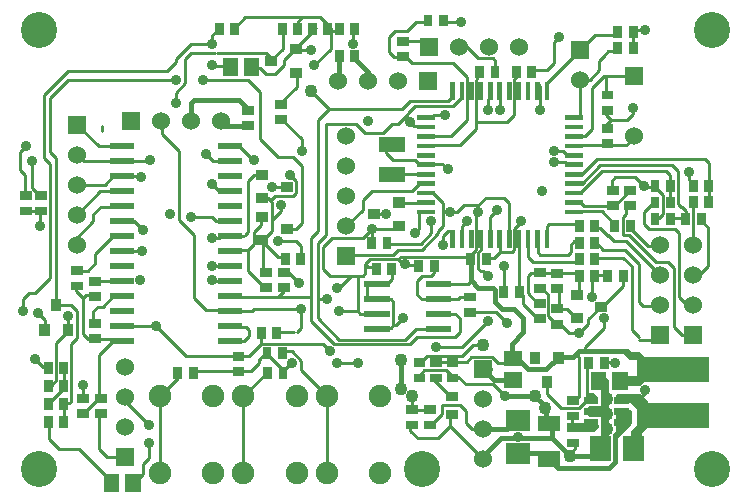
<source format=gbr>
G04 start of page 2 for group 0 idx 0 *
G04 Title: (unknown), component *
G04 Creator: pcb 20091103 *
G04 CreationDate: Fri 29 Oct 2010 14:31:42 GMT UTC *
G04 For: thomas *
G04 Format: Gerber/RS-274X *
G04 PCB-Dimensions: 600000 500000 *
G04 PCB-Coordinate-Origin: lower left *
%MOIN*%
%FSLAX25Y25*%
%LNFRONT*%
%ADD11C,0.0100*%
%ADD12C,0.0180*%
%ADD13C,0.0230*%
%ADD14C,0.1200*%
%ADD15C,0.0200*%
%ADD16C,0.0600*%
%ADD17C,0.0750*%
%ADD18C,0.0360*%
%ADD19C,0.0430*%
%ADD20R,0.0295X0.0295*%
%ADD21R,0.0512X0.0512*%
%ADD22R,0.0340X0.0340*%
%ADD23R,0.0200X0.0200*%
%ADD24R,0.0490X0.0490*%
%ADD25R,0.0157X0.0157*%
%ADD26R,0.0240X0.0240*%
%ADD27R,0.0827X0.0827*%
%ADD28R,0.0690X0.0690*%
%ADD29R,0.0300X0.0300*%
%ADD30C,0.0380*%
%ADD31C,0.0280*%
%ADD32C,0.0300*%
%ADD33C,0.0460*%
%ADD34C,0.0250*%
G54D11*X254709Y239537D02*X243669Y228497D01*
X254709Y229741D02*Y217457D01*
X254819Y217347D01*
X258646Y213206D02*Y225805D01*
X254709Y229741D02*X257858D01*
X243685Y232890D02*X246047Y235252D01*
X238567Y232890D02*X243685D01*
X241323Y219504D02*Y227505D01*
X240536Y228292D01*
X266224Y187812D02*X256007D01*
X254819Y189000D01*
X270752Y192340D02*X266224Y187812D01*
X223213Y190371D02*X229512D01*
X231087Y188796D01*
X249810Y202182D02*X250393Y201599D01*
X254835Y195094D02*X255212D01*
X255023Y198245D02*X254819Y198449D01*
Y185851D02*X261886D01*
X255212Y195094D02*X261394Y201276D01*
X262166Y199276D02*X254835Y191945D01*
X265240Y192930D02*Y196122D01*
X266394Y197276D01*
X255362Y198244D02*X260394Y203276D01*
X254835Y198244D02*X255362D01*
X270752Y187812D02*Y186927D01*
X270000Y187060D02*X270752Y187812D01*
Y192930D02*Y192340D01*
X266394Y197276D02*X273001D01*
X246047Y202182D02*X249810D01*
X246047Y206119D02*X249022D01*
X250393Y204748D01*
X254819Y207898D02*X270188D01*
X271244Y208954D01*
X254819Y211047D02*X256487D01*
X258646Y213206D01*
X263370Y213599D02*Y214780D01*
X264945Y216355D01*
X263370Y219505D02*Y217930D01*
X265024Y216276D01*
X270394D02*X265024D01*
X272394Y220276D02*Y218276D01*
X270394Y216276D01*
X227921Y224071D02*Y219521D01*
X224000Y219505D02*Y223299D01*
X224772Y224071D01*
X227921Y219521D02*X227937Y219505D01*
X232661Y229740D02*Y217929D01*
X233449Y231906D02*Y230528D01*
X232661Y229740D01*
Y217929D02*X230299Y215567D01*
X220063D01*
X216913Y230528D02*Y216355D01*
Y240764D02*X220850Y236827D01*
X225574D01*
X226362Y236039D01*
Y233677D01*
X225575Y232890D01*
X220457D02*Y230134D01*
X220063Y229740D01*
Y213205D01*
X214757Y207899D01*
X272394Y246260D02*Y240747D01*
X272684Y230819D02*X272819Y230954D01*
X272394Y246260D02*X275641D01*
X264157Y239188D02*X262583Y237614D01*
X262614Y230819D02*X272684D01*
X267012Y239483D02*X267307Y239188D01*
X257858Y229741D02*X261008Y232891D01*
X263402Y228457D02*Y230031D01*
X263370Y224623D02*Y228954D01*
X258677Y225308D02*Y226882D01*
X263402Y230031D02*X262614Y230819D01*
X258677Y226882D02*X262614Y230819D01*
X246047Y235252D02*Y242338D01*
X247622Y243913D01*
X254709Y239741D02*Y239537D01*
X268095Y244701D02*X260457D01*
X259669D02*X254709Y239741D01*
X260220Y244701D02*X259669D01*
X267307Y239188D02*X264157D01*
X261008Y232891D02*Y236040D01*
X262583Y237615D01*
X170952Y220000D02*X167307Y216355D01*
X195361Y220000D02*X170952D01*
X170000Y215000D02*X180000D01*
X197229Y218229D02*X194000Y215000D01*
X192000D01*
X194679Y188796D02*X200818D01*
X201023Y189001D01*
Y195300D02*Y194953D01*
X198803Y192733D01*
X185879Y184896D02*X190105D01*
X190142Y184859D01*
X198803Y192733D02*X185418D01*
X185417Y180135D02*X193218D01*
X194079Y180996D01*
X201023Y185851D02*Y179992D01*
X190142Y198245D02*X200818D01*
X201023Y198450D01*
X190142Y205331D02*X192504Y202969D01*
X199653D01*
X201023Y201599D01*
X190142Y208245D02*Y205331D01*
X201023Y214198D02*X199386D01*
X198016Y215568D01*
X192000Y215000D02*X189000Y212000D01*
X183000D01*
X185418Y192733D02*X182268Y189583D01*
Y186434D01*
X176756Y180922D01*
X167307Y179348D02*Y216355D01*
X183000Y212000D02*X180000Y215000D01*
X170000D02*Y178000D01*
G54D12*X174197Y237122D02*Y229498D01*
G54D11*X166536Y247052D02*Y246836D01*
X171654Y247052D02*Y240119D01*
X166095Y234560D01*
X174536Y246068D02*X170654D01*
G54D12*X174197Y229498D02*X174062Y229363D01*
G54D11*X165000Y226000D02*X171000Y220000D01*
G54D12*X184062Y229363D02*Y232375D01*
X179315Y237122D01*
G54D11*X179654Y242119D02*X179095Y241560D01*
Y246493D01*
X179654Y247052D01*
X198016Y222655D02*X210757D01*
X197229Y218718D02*X199591Y221080D01*
X198016Y222655D02*X195361Y220000D01*
X195654Y220292D02*Y220293D01*
X199591Y221080D02*X212332D01*
X215323Y224071D01*
X210757Y222655D02*X212173Y224071D01*
X209827Y217930D02*X206032D01*
X205449Y217347D01*
Y207899D02*X214757D01*
X205449Y211048D02*X211606D01*
X216913Y216355D01*
X197229Y218718D02*Y218229D01*
X196638Y237417D02*X198803Y235252D01*
X202544Y242535D02*X204315Y240764D01*
X196638Y237417D02*X192583D01*
X198803Y235252D02*X212189D01*
X216913Y230528D01*
X214315Y240764D02*X216913D01*
X194178Y242535D02*X201560D01*
X192583Y237417D02*X191000Y239000D01*
Y244000D01*
X193000Y246000D01*
X197000D01*
X200000Y249000D01*
X204000D01*
X209118D02*X215000D01*
X215339Y180922D02*Y179144D01*
X215322Y179127D01*
X216914Y182497D02*X215339Y180922D01*
X211953Y179347D02*X212173Y179127D01*
X210728Y161651D02*X217327D01*
X210728Y156651D02*X213903D01*
X214551Y157299D01*
X217503D01*
X210728Y151651D02*X213114D01*
X214551Y150214D01*
Y145490D01*
X212976Y143915D01*
X200379D01*
X198016Y141552D01*
X205449Y201599D02*X208835D01*
X210614Y199820D01*
X209040Y188560D02*X205449Y192151D01*
X205103Y182497D02*Y178560D01*
X237369Y174701D02*Y170703D01*
G54D12*X232032Y136748D02*Y141710D01*
G54D11*X231875Y172261D02*X232661Y173047D01*
X237369Y170703D02*X238961Y169111D01*
X227937Y172261D02*X231875D01*
X218292Y171276D02*X220063Y173047D01*
X221621Y174701D02*Y173031D01*
X220851Y172261D01*
Y166748D01*
G54D12*X218292Y170390D02*Y163009D01*
G54D11*Y170390D02*Y171276D01*
G54D12*X220851Y160450D02*X225574D01*
G54D11*X222426Y165961D02*X224000Y164387D01*
X220851Y166748D02*X221638Y165961D01*
X222426D01*
G54D12*X218292Y163009D02*X220851Y160450D01*
G54D11*X217327Y161651D02*X218488Y162812D01*
X217503Y157299D02*X217504Y157300D01*
Y152182D02*X226756D01*
X211402Y185646D02*X213763D01*
X216126Y188009D01*
X224771Y174701D02*Y184055D01*
X227150Y186434D01*
X220063Y184858D02*X220851Y185646D01*
X216126Y188009D02*X220851D01*
X223213Y190371D01*
X220063Y184858D02*Y173047D01*
X231087Y188796D02*Y179144D01*
X231070Y179127D01*
X232661Y180134D02*X234236Y181709D01*
X232661Y173047D02*Y180134D01*
X210614Y179347D02*X211953D01*
X209040Y188560D02*Y180922D01*
X207465Y179347D01*
X209040Y174623D02*Y177773D01*
X210614Y179347D01*
X217996Y170686D02*X194866D01*
X238961Y169111D02*X254217D01*
X292504Y164702D02*X294393D01*
X297228Y167537D01*
X284000Y169000D02*X286000Y167000D01*
X280000Y169000D02*X284000D01*
X254217Y165174D02*X246639D01*
X254217Y169111D02*X254512Y169406D01*
Y170390D01*
Y175902D02*X252838D01*
X251559Y174623D01*
Y172260D01*
X250772Y171473D01*
X241324D01*
X240536Y172261D01*
Y174684D01*
X240519Y174701D01*
X243669Y179127D02*Y180905D01*
X244473Y181709D01*
X254217D01*
X254512Y181414D01*
X259630Y180430D02*X261500D01*
X264158Y177772D01*
X264000Y178000D02*X266000Y176000D01*
X269000Y163815D02*X269080Y163895D01*
X280000Y169000D02*X271000Y178000D01*
X269000D01*
X261886Y185851D02*X266323Y181414D01*
X270000Y185000D02*Y187060D01*
X269000Y178000D02*Y184000D01*
X270000Y185000D01*
X297622Y202048D02*X296394Y203276D01*
X297622Y187616D02*Y192931D01*
Y194899D02*Y196277D01*
X297228Y180628D02*X295063Y182793D01*
X297622Y194899D02*Y202048D01*
X287394Y199276D02*Y188276D01*
X290929Y199033D02*Y196474D01*
X292504Y194899D01*
Y174702D02*Y189584D01*
X289945Y183777D02*X284827D01*
X289945D02*Y185844D01*
X288567Y187222D01*
X287394Y188276D02*X288394Y187276D01*
X287780Y178560D02*X286205Y180135D01*
X277544D01*
X275969Y181710D01*
X279709Y183777D02*X281186D01*
X275969Y181710D02*Y185548D01*
X279709Y189288D01*
X281186Y183777D02*X282268Y184859D01*
Y191257D01*
X284827Y189288D02*Y190174D01*
Y188304D02*Y197843D01*
X283394Y199276D01*
X282268Y191257D02*X279709Y193816D01*
X276461D01*
X275181Y195096D01*
X273001Y197276D02*X275969Y194308D01*
X283394Y199276D02*X262166D01*
X261394Y201276D02*X285394D01*
X287394Y199276D01*
X260394Y203276D02*X296394D01*
X207465Y178560D02*X201953Y173048D01*
X206087Y168029D02*Y165372D01*
X205102Y164387D01*
X201953D01*
X201657Y175114D02*X205103Y178560D01*
X207465Y179347D02*Y178560D01*
X201953Y164387D02*X200378Y162812D01*
Y158088D01*
X201953Y156513D01*
X204090D01*
X204228Y156651D01*
Y146651D02*X199965D01*
X177308Y171474D02*X176756Y170922D01*
X168882Y173835D02*Y166749D01*
X171244Y164387D01*
X167307Y165174D02*Y165173D01*
X185417Y180135D02*Y175310D01*
X185221Y175114D01*
X185417Y180135D02*Y180134D01*
X182268Y176985D01*
X167307Y175411D02*X169669Y177773D01*
X164945Y176986D02*X167307Y179348D01*
X182268Y176985D02*X172032D01*
X168882Y173835D01*
X170000Y178000D02*X169000Y177000D01*
X191717Y147064D02*X190641D01*
X180693Y152576D02*X181480Y151789D01*
X183728Y151651D02*X181618D01*
X190641Y147064D02*X190228Y146651D01*
X192504Y147851D02*X191717Y147064D01*
X191579Y156651D02*X192504Y155726D01*
Y147851D01*
X193291D01*
X195654Y150214D01*
X199965Y146651D02*X196441Y143127D01*
X190228Y156651D02*X191579D01*
X171244Y164387D02*X182268D01*
X183055Y165174D02*Y168323D01*
X174394Y160449D02*X178331Y164386D01*
X173606Y160449D02*X174394D01*
X182268Y164387D02*X183055Y165174D01*
X180693Y164387D02*Y152576D01*
X183728Y161651D02*Y156651D01*
X164945Y176986D02*Y149425D01*
X175181Y152575D02*X174394D01*
X167307Y156512D02*X170457D01*
X180693Y152576D02*X175182D01*
X167307Y175411D02*Y150213D01*
X198016Y141552D02*X197228D01*
X179118D02*X197229D01*
X168882Y141551D02*X171244Y139189D01*
X179118Y141551D02*X172819D01*
X174394Y135252D02*X179906D01*
X175182Y152576D02*X175181Y152575D01*
X174393Y143127D02*X167307Y150213D01*
X172819Y141551D02*X164945Y149425D01*
X196441Y143127D02*X174393D01*
X194078Y173048D02*X192504Y171474D01*
X201953Y173048D02*X194078D01*
X200969Y168029D02*X195949D01*
X190339Y175114D02*X201657D01*
X194079Y169899D02*X194866Y170686D01*
X201023Y179992D02*X199591Y178560D01*
X195949Y168029D02*X194079Y169899D01*
X184630D02*X194079D01*
X192504Y171474D02*X177308D01*
X183055Y168323D02*X183843Y169111D01*
Y169112D02*X184630Y169899D01*
X183843Y169111D02*Y169112D01*
X186795Y167240D02*X184138D01*
X183055Y168323D01*
X191913Y166256D02*Y163336D01*
X190228Y161651D01*
G54D12*X232032Y141710D02*X235811Y145489D01*
Y150214D01*
X232662Y153363D01*
X228724D01*
X226362Y155725D01*
G54D11*X226756Y152182D02*X230299Y148639D01*
G54D12*X248725Y137205D02*X248325Y136805D01*
G54D11*X297228Y167537D02*Y180628D01*
X292504Y154702D02*X290378D01*
X287780Y157300D01*
Y178560D01*
X292504Y144702D02*X288567D01*
X286000Y147269D02*X288567Y144702D01*
X286000Y167000D02*Y147269D01*
X266000Y176000D02*X270000D01*
X269669Y173048D02*X262484D01*
X259630Y175902D01*
X256284Y139190D02*Y140765D01*
X262583Y150213D02*Y147064D01*
X256284Y140765D02*X262583Y147064D01*
X269669Y163306D02*X269080Y163895D01*
X258843Y164879D02*Y157498D01*
X257858Y156513D01*
X269000Y161000D02*Y163815D01*
X268000Y160000D02*X269000Y161000D01*
X275181Y135252D02*X275968D01*
X109095Y101560D02*Y98317D01*
X103000Y122655D02*X111095Y114560D01*
Y108560D02*Y103560D01*
X109095Y101560D01*
Y98317D02*X105653Y94875D01*
X87668Y106560D02*X98567Y95661D01*
X81095Y106560D02*X87668D01*
X94508Y106492D02*X97000Y104000D01*
X103000D01*
X114551Y124228D02*Y98638D01*
X82654Y122052D02*X84587D01*
X85095Y122560D01*
X161795Y132890D02*X170457Y124228D01*
X161795Y136039D02*Y132890D01*
Y147063D02*Y153362D01*
X160993Y152560D02*X161795Y153362D01*
X158644Y139190D02*X161795Y136039D01*
X155496Y139190D02*X158644D01*
X148409Y141551D02*X168882D01*
X158646Y135252D02*X158351D01*
X155693Y132594D01*
Y132891D01*
X150378Y138206D01*
X142678Y142560D02*X141095D01*
X142678D02*X144394Y144276D01*
Y146276D01*
X142504Y124228D02*Y98638D01*
X170457Y124228D02*Y98638D01*
X103000Y124000D02*Y122655D01*
X89000Y124051D02*X89492Y123559D01*
X89508Y118559D02*X94508Y123559D01*
X77536Y116052D02*Y110119D01*
X81095Y106560D01*
X94508Y118441D02*Y106492D01*
X89508Y118441D02*Y118559D01*
X82654Y115068D02*Y121068D01*
X77536Y122052D02*X77638D01*
X82654Y127068D01*
X77536Y134052D02*X75603D01*
X73095Y136560D01*
X82654Y127068D02*Y133068D01*
X77536Y128052D02*X78587D01*
X80095Y129560D01*
Y142095D01*
X85095Y122560D02*Y141560D01*
X98214Y143441D02*X90559D01*
X89000Y145000D01*
X85095Y141560D02*X87095Y143560D01*
X76200Y146000D02*Y149800D01*
X74000Y152000D01*
X80095Y142095D02*X84000Y146000D01*
X87095Y143560D02*Y152560D01*
X85095Y154560D02*X80340D01*
X80100Y154800D01*
X143394Y147276D02*X141379D01*
X144394Y146276D02*X143394Y147276D01*
X150575Y132594D02*Y132299D01*
X142504Y124228D01*
X146835Y139977D02*X148409Y141551D01*
X144473Y137614D02*X146835Y139976D01*
X150378Y139190D02*Y137909D01*
X146835Y139976D02*Y139977D01*
X148409Y145685D02*Y141551D01*
X147622Y136434D02*X150378Y139190D01*
X144866Y132496D02*X147622Y135252D01*
Y136434D01*
X113267Y147560D02*X123213Y137614D01*
X120654Y130331D02*X114551Y124228D01*
X120654Y132594D02*Y130331D01*
X125870Y132496D02*X125772Y132594D01*
X144473Y137614D02*X123213D01*
X144866Y132496D02*X126658D01*
X125772Y131610D01*
X155988Y159366D02*X153921Y157299D01*
X155988Y161039D02*Y159366D01*
X141323Y157299D02*X164945D01*
X161795Y153362D02*X146047D01*
X145260Y152575D01*
X152527Y145685D02*X159417D01*
X160417D02*X161795Y147063D01*
X145260Y152575D02*X141110D01*
X141095Y152560D01*
X134655Y153000D02*X135095Y152560D01*
X126362Y156638D02*X130000Y153000D01*
X126000Y157000D02*X130000Y153000D01*
X134655D01*
X105095Y147560D02*X113267D01*
X94508Y123559D02*Y137973D01*
X99095Y142560D01*
X89000Y128000D02*Y124051D01*
X98214Y143441D02*X99095Y142560D01*
X92508Y152508D02*X94000Y154000D01*
X95535D01*
X99095Y157560D01*
X89000Y157000D02*X90000Y158000D01*
X91949D01*
X92508Y157441D01*
Y148559D02*Y152508D01*
X89000Y145000D02*Y157000D01*
X84000Y146000D02*Y150000D01*
X87095Y152560D02*X85095Y154560D01*
G54D12*X232032Y136748D02*X233882D01*
G54D11*X225425Y137205D02*X227425Y135205D01*
X230489D01*
X232032Y136748D01*
G54D12*X233882D02*X237425Y133205D01*
X243425D01*
X232032Y129662D02*X225968D01*
G54D11*X214184Y130646D02*X216625Y128205D01*
X225625D01*
G54D12*X225968Y129662D02*X222425Y133205D01*
G54D11*X225625Y128205D02*X229625Y124205D01*
G54D12*X224850Y133410D02*X223589D01*
G54D11*X243638Y128605D02*Y125064D01*
X212917Y135764D02*Y135713D01*
Y135764D02*X216984D01*
X218425Y137205D01*
X225425D01*
X206133Y135764D02*X211933D01*
X203528Y137615D02*X215339D01*
X212917Y130646D02*X214184D01*
X206133D02*Y129497D01*
X211425Y124205D01*
X201657Y130332D02*Y131808D01*
X202740Y132891D02*X210122D01*
X215339Y137615D02*X218929Y141205D01*
X215339Y140765D02*X224000Y149426D01*
X222425Y141205D02*X218929D01*
X201657Y131808D02*X202740Y132891D01*
X203528Y137615D02*X201657Y135744D01*
G54D12*X194866Y127047D02*Y134921D01*
G54D11*X205890Y140765D02*X215339D01*
X210122Y132891D02*X212681Y130332D01*
X229316Y159367D02*Y167339D01*
X234434Y174487D02*Y158383D01*
X234828Y158973D02*X234336Y159465D01*
X243981Y158186D02*X242111Y160056D01*
X235811Y157990D02*X234434Y159367D01*
X246442Y165371D02*X238370D01*
X237386Y164387D01*
Y158580D01*
X234434Y174487D02*X234220Y174701D01*
X223410Y170390D02*X226066D01*
X227937Y172261D01*
Y174685D01*
X227921Y174701D01*
G54D12*X226362Y159662D02*Y155725D01*
X225574Y160450D02*X226362Y159662D01*
X245606Y102024D02*X247425Y100205D01*
X233425Y105205D02*X241339D01*
X243244Y103300D01*
X222425Y103205D02*Y104205D01*
X228425Y110205D02*X245425D01*
X243244Y103300D02*X245606D01*
X222425Y113205D02*X230425D01*
X233425Y116205D01*
X243244Y115110D02*Y120733D01*
X241323Y122654D01*
X229625Y124205D02*X239724D01*
X239748Y124229D01*
X222425Y104205D02*X228425Y110205D01*
G54D11*X211425Y114205D02*X222425Y103205D01*
Y113205D02*X218625D01*
X251933Y117646D02*Y113764D01*
G54D12*X245425Y112929D02*X243244Y115110D01*
X245606Y103300D02*Y102024D01*
X245425Y110205D02*Y112929D01*
Y110205D02*X251425Y104205D01*
G54D11*X252917Y108646D02*Y106697D01*
X251425Y105205D01*
G54D12*X258075Y120205D02*X257075Y119205D01*
G54D11*X248425Y120205D02*X254375D01*
G54D12*X263425Y119205D02*X259425D01*
X258425Y118205D01*
X258075D01*
G54D11*X251933Y113764D02*X255334D01*
G54D13*X258175Y114205D02*X253358D01*
X252917Y113764D01*
X257625Y114205D02*X257743D01*
G54D11*X255334Y113764D02*X257075Y115505D01*
G54D13*X252917Y113764D02*X259184D01*
G54D12*X256925Y115505D02*X255625Y114205D01*
G54D13*X257743D02*X258184Y113764D01*
X258625Y114205D01*
Y114655D01*
X257075Y122905D02*X257325D01*
X259475D02*Y123355D01*
G54D12*X257075Y115505D02*X259475D01*
X256925D01*
G54D13*X259475D02*X258925D01*
X259184Y113764D02*X259625Y114205D01*
X258175D02*X259475Y115505D01*
X258625Y114655D02*X259475Y115505D01*
X258925D02*X257625Y114205D01*
G54D12*X247425Y100205D02*X264425D01*
X251425Y104205D02*X259425D01*
X261425Y106205D01*
Y107405D02*Y106205D01*
X262425Y114205D02*Y108405D01*
X261425Y107405D01*
G54D11*X211933Y124713D02*X211425Y124205D01*
Y118205D02*Y114205D01*
X218625Y113205D02*X216625Y115205D01*
Y119205D01*
X214625Y121205D01*
X211676D01*
X211625D02*X208625D01*
X198133Y119764D02*X205117D01*
Y120277D01*
X205103Y119778D02*X205117Y119764D01*
X198803Y120078D02*X199117Y119764D01*
X208625Y121205D02*Y118154D01*
X205117Y114646D01*
X200625Y110205D02*X207425D01*
X211425Y114205D01*
X198133Y114646D02*Y112697D01*
X200625Y110205D01*
X198803Y124229D02*Y120078D01*
G54D12*X266425Y111205D02*Y102205D01*
G54D11*Y111205D02*X267425D01*
G54D12*X263425Y109405D02*X261425Y107405D01*
G54D11*X260184Y108646D02*X261425Y107405D01*
G54D12*X266425Y102205D02*X264425Y100205D01*
X259475Y119205D02*X261425D01*
X263425Y117205D01*
X261425Y118205D02*X258075D01*
X257075Y119205D01*
X263425Y109405D02*Y126269D01*
X260882Y128812D01*
X262425Y119205D02*Y127269D01*
X260882Y128812D01*
X262425Y118205D02*Y113205D01*
X263425Y125205D02*Y127055D01*
X262425Y120205D02*X258075D01*
G54D11*X254375D02*X257075Y122905D01*
Y122855D01*
X256866Y123114D02*X257075Y122905D01*
G54D13*X259475Y123355D02*X258625Y124205D01*
X257625D01*
G54D11*X254425Y124272D02*X252917Y122764D01*
X267968Y129598D02*Y130662D01*
G54D12*X268361Y129205D02*X267968Y129598D01*
Y128812D01*
X271032D01*
X268575Y130205D02*X267968Y129598D01*
Y128812D02*X274466D01*
X274425Y129205D02*X268361D01*
X271032Y128812D02*X272425Y130205D01*
X268575D02*X273425D01*
G54D11*X267968Y129598D02*X267032D01*
G54D12*X274466Y133164D02*X274425Y133205D01*
Y137205D01*
G54D11*X272425D01*
G54D12*X274859D02*X271425D01*
X272425Y138205D02*X273859D01*
X271425D01*
G54D11*X272425Y137205D02*X270425Y139205D01*
X261984Y135697D02*X265933D01*
X266425Y135205D01*
G54D12*X263425Y127055D02*X260882Y129598D01*
X263032D01*
X263425Y129205D01*
Y127205D01*
G54D11*X256866Y135697D02*Y123114D01*
X254425Y124205D02*Y137205D01*
X270425Y139205D02*X256425D01*
G54D12*X271425Y137205D02*X269425Y139205D01*
X270425Y138205D01*
Y139205D02*X271425Y138205D01*
X254425Y139205D02*X252425Y137205D01*
X248725D01*
G54D11*X254425D02*X253425Y138205D01*
G54D12*X248325Y137405D02*X247625D01*
X243425Y133205D01*
G54D11*X243638Y125064D02*X248410Y120292D01*
G54D12*X254425Y139205D02*X270425D01*
X274466Y128812D02*Y133164D01*
X272425Y130205D02*X275859D01*
X274859Y137205D02*X278859Y133205D01*
X273859Y138205D02*X278859Y133205D01*
G54D11*X276756Y132890D02*Y134465D01*
G54D12*X274466Y128812D02*X278859Y133205D01*
X278425D01*
X274425Y129205D01*
X275859Y130205D02*X278859Y133205D01*
X267375Y122905D02*X273805D01*
X272425Y124205D02*X272505D01*
X273425D02*X267425D01*
X267375Y122905D02*X271725D01*
X267425Y124205D02*Y122955D01*
X267375Y122905D01*
X269775Y123855D02*X269425Y124205D01*
X268675D01*
X269775Y122905D02*Y123855D01*
X268675Y124205D02*X267375Y122905D01*
X267425Y124205D02*X269425D01*
X267375Y122905D02*X269725D01*
X267425Y124205D02*X271425D01*
X273425Y121205D02*X274425D01*
X278859Y117851D02*X272505Y124205D01*
X276425Y122205D02*Y120285D01*
X274394Y120292D02*X276418D01*
G54D11*X275181Y123441D02*Y119504D01*
X274394Y118717D01*
G54D12*X272425Y122205D02*X274505D01*
X271725Y122905D02*X274425Y120205D01*
G54D11*X276425Y125205D02*X274425Y123205D01*
G54D12*X275425Y122205D02*Y121285D01*
G54D11*X274425Y124205D02*X275425Y123205D01*
Y121285D01*
G54D12*X274425Y124205D02*X276425Y122205D01*
X274425Y118205D02*Y120205D01*
X274473Y117851D02*X274394Y117930D01*
G54D11*X276756Y119505D02*Y118717D01*
X275969Y117930D01*
G54D12*X275425Y114417D02*X278859Y117851D01*
X275213Y114205D02*X278859Y117851D01*
X278252D02*X274394Y113993D01*
G54D11*X275969Y117143D02*X274394Y115568D01*
G54D12*X274425Y117205D02*Y114205D01*
X275213D01*
X278859Y118771D02*Y116639D01*
X274625Y116205D02*Y119205D01*
X272425Y111417D02*X278859Y117851D01*
X275425Y113205D02*Y114417D01*
X274425Y112205D02*X278859Y116639D01*
X274625Y117205D02*Y113205D01*
X275425Y121285D02*X278859Y117851D01*
X274505Y122205D02*X278859Y117851D01*
X274425Y120205D02*X276505D01*
X278859Y117851D01*
X276425Y120285D02*X278859Y117851D01*
X278252D01*
X274425Y118005D02*X274625Y118205D01*
X276418Y120292D02*X278859Y117851D01*
X274473D01*
G54D11*X275969Y122654D02*Y117143D01*
G54D12*X269775Y119205D02*Y114555D01*
Y119205D02*Y115505D01*
Y115855D01*
X268425Y117205D01*
G54D11*X270075Y115205D02*X269775Y115505D01*
Y116555D01*
G54D12*X267375Y115505D02*Y119205D01*
X268425Y117205D02*Y118155D01*
X267375Y119205D01*
Y114255D01*
Y115505D02*Y115955D01*
G54D11*Y115505D02*X269775D01*
G54D12*X267425Y115455D02*X267375Y115505D01*
X267425Y115455D02*Y112205D01*
X267625D02*Y113355D01*
X270625Y116355D01*
X267375Y115955D02*X268625Y117205D01*
X262425Y113205D02*X263425Y112205D01*
G54D11*X271425Y115205D02*X266425Y110205D01*
G54D12*X269775Y114555D02*X266425Y111205D01*
X267425Y112205D02*X266425Y111205D01*
X267375Y114255D02*X268425Y113205D01*
X267425D01*
G54D11*X268425D02*X266425Y111205D01*
X269425Y113205D02*X268425D01*
G54D12*X274425Y124205D02*X272425D01*
G54D11*X273425D02*X274425D01*
X269775Y118855D02*X271425Y117205D01*
X269775Y119205D02*X271425D01*
Y115205D01*
G54D12*X270625Y118205D02*Y116355D01*
X269775Y119055D02*X270625Y118205D01*
X272425Y112205D02*X274425D01*
X272425D02*X273425D01*
X274425Y111205D01*
G54D11*X271425Y115205D02*X270075D01*
X269775Y116555D02*X270425Y117205D01*
Y116155D01*
X269775Y115505D01*
G54D12*X272425Y112205D02*X274425Y114205D01*
Y118005D01*
X272425Y112005D02*X273625Y113205D01*
X274394Y113993D02*Y120292D01*
G54D11*X269775Y119205D02*Y118855D01*
G54D12*Y119205D02*X267375D01*
X269775D02*Y119055D01*
X272425Y107405D02*Y110205D01*
Y107405D02*Y111417D01*
X272625Y107605D02*X272425Y107405D01*
Y111405D01*
Y110205D02*X273425Y111205D01*
X274425D02*Y109405D01*
X272425Y107405D01*
G54D11*X273425Y108405D02*X272425Y107405D01*
G54D12*X272625Y112205D02*Y107605D01*
X272425Y107405D02*Y112205D01*
G54D11*X273425D02*Y108405D01*
X237386Y158580D02*X240831Y155135D01*
Y150017D02*X240732D01*
X235811Y154938D01*
Y157990D01*
X247623Y153363D02*X250194D01*
X253349Y150208D01*
X247623Y148245D02*X248115D01*
X251068Y145292D01*
X254217D01*
X257367Y148442D01*
X243981Y150903D02*X246639Y148245D01*
X243981Y158186D02*Y150903D01*
X247623Y160056D02*Y153363D01*
X246442Y165371D02*X246639Y165174D01*
X257367Y149926D02*X261549Y154108D01*
X257367Y149926D02*Y148442D01*
X259335Y164485D02*X259138Y164682D01*
X259335Y164485D02*X263173D01*
X254512Y159171D02*X253349Y158008D01*
X254512Y164879D02*Y159171D01*
X254217Y165174D02*X254512Y164879D01*
X268291Y160250D02*X262149Y154108D01*
X259630Y170390D02*X269178D01*
X272032Y167536D01*
Y146276D02*Y167536D01*
X281480Y154387D02*X275732D01*
X274394Y155725D01*
Y168323D01*
X281480Y174387D02*X277484D01*
X271441Y180430D01*
X281480Y164623D02*X281377D01*
X274394Y168323D02*X269669Y173048D01*
X270000Y176000D02*X281377Y164623D01*
X272032Y146276D02*X274394Y143914D01*
Y143127D02*X281007D01*
Y143914D02*X281480Y144387D01*
X278859Y133205D02*X275497D01*
X277756Y132102D02*X278859Y133205D01*
X275968Y135252D02*Y132102D01*
X275497Y133205D02*X274394Y132102D01*
X277756D01*
X275181Y130528D02*Y135252D01*
X275968Y132102D02*X276756Y132890D01*
X89212Y202560D02*X110993D01*
X96315Y194780D02*X99095Y197560D01*
Y192560D02*X94772D01*
X105095Y197560D02*X107568D01*
X110993Y202560D02*X111402Y202969D01*
X107568Y197560D02*X108252Y198244D01*
X105095Y172560D02*X108739D01*
X98755Y187220D02*X99095Y187560D01*
X105095Y182560D02*X106095D01*
X109095Y179560D01*
X86992Y194780D02*X96315D01*
X94772Y192560D02*X86992Y184780D01*
Y174780D02*Y176984D01*
X92504Y182496D01*
Y184858D01*
X94866Y187220D01*
X80100Y154200D02*Y203555D01*
X93095Y168560D02*Y171560D01*
X94866Y187220D02*X98755D01*
X93095Y171560D02*X99095Y177560D01*
X91508Y162559D02*X99094D01*
X99095Y162560D01*
X86603Y159397D02*X89000Y157000D01*
X86603Y161001D02*Y159397D01*
X78095Y163560D02*X73095Y158560D01*
X71095D01*
X69095Y156560D01*
Y152560D01*
X86603Y166119D02*X90654D01*
X93095Y168560D01*
X78095Y201560D02*Y163560D01*
X68095Y205560D02*X70095Y207560D01*
X72095Y202560D02*Y193627D01*
X69603Y198052D02*X68095Y199560D01*
Y205560D01*
X69603Y186001D02*X74603D01*
Y181052D01*
X72095Y193627D02*X74603Y191119D01*
X69603D02*Y198052D01*
X88559Y216347D02*X86992Y214780D01*
X99095Y207560D02*X94212D01*
X86992Y214780D01*
X95508Y214441D02*Y212492D01*
X86992Y204780D02*X89212Y202560D01*
X78095Y223560D02*X84095Y229560D01*
X120095D02*X84095D01*
X120000Y222000D02*Y225465D01*
X117095Y232560D02*X84095D01*
X76095Y224560D01*
X80100Y203555D02*X78095Y205560D01*
Y223560D01*
X76095Y224560D02*Y203560D01*
X78095Y201560D01*
X120850Y206118D02*X120882D01*
X121000Y206000D01*
G54D12*X125000Y216000D02*Y222000D01*
X126000Y223000D01*
G54D11*X132440Y202560D02*X130000Y205000D01*
G54D12*X126000Y223000D02*X141051D01*
G54D11*X115339Y216354D02*Y211629D01*
X121000Y205968D01*
X120000Y225465D02*X123095Y228560D01*
X145655Y203000D02*X141095Y207560D01*
X154000Y204000D02*X148000Y210000D01*
X146000Y203000D02*X145655D01*
X162000Y201000D02*X159000Y204000D01*
X154000D01*
X156600Y180100D02*X160100D01*
X162000Y182000D01*
Y201000D01*
X153000Y191000D02*X159000D01*
X160000Y192000D01*
Y196000D01*
X158000Y198000D01*
X162000Y206000D02*Y209933D01*
G54D12*X143508Y214441D02*X136559D01*
X135000Y216000D01*
G54D11*X162000Y209933D02*X155492Y216441D01*
X148000Y210000D02*Y225655D01*
X135095Y182560D02*X133440D01*
X135095Y162560D02*X132125D01*
X134535Y177000D02*X135095Y177560D01*
X131899Y167560D02*X131874Y167535D01*
X126000Y178000D02*Y157000D01*
X135095Y167560D02*X131899D01*
X141095Y177560D02*X142560D01*
X143000Y178000D02*X144000Y179000D01*
X146000D02*Y175000D01*
X144000Y173000D01*
X141535D01*
X141095Y172560D01*
X144000Y173000D02*Y165882D01*
X149000Y166000D02*Y175600D01*
X148400Y176200D01*
X144000Y165882D02*X149000Y160882D01*
X144000Y179000D02*Y196000D01*
X148400Y184000D02*Y181400D01*
X146000Y179000D01*
X144000Y196000D02*X146000Y198000D01*
X148400D01*
X157200Y194100D02*X152100D01*
X152000Y194000D01*
X149000Y190200D02*X150800D01*
X152000Y189000D01*
X155000D02*Y186000D01*
X152000Y183000D01*
X151000Y190000D02*X152000D01*
X153000Y191000D01*
X152000Y189000D02*Y179200D01*
X121000Y183000D02*Y205968D01*
X135095Y202560D02*X132440D01*
X132000Y184000D02*X125000D01*
X133440Y182560D02*X132000Y184000D01*
X135095Y192560D02*X134440D01*
X132000Y195000D01*
Y177000D02*X134535D01*
X126000Y178000D02*X121000Y183000D01*
X152000Y179200D02*X149000Y176200D01*
X155441Y170492D02*X154108D01*
X148400Y176200D01*
X160000Y176000D02*X154000D01*
X156492Y165559D02*X157441D01*
X161000Y162000D01*
Y170933D02*X160559Y170492D01*
X161559Y169508D02*Y174441D01*
X160000Y176000D01*
G54D12*X141051Y223000D02*X144492Y219559D01*
G54D11*X148000Y225655D02*X144095Y229560D01*
X139654Y247052D02*Y246001D01*
X160200Y227251D02*X154508Y221559D01*
X160200Y232100D02*Y227251D01*
X153095Y231560D02*X156095Y234560D01*
X123095Y228560D02*Y236560D01*
X125095Y238560D01*
X132095Y241560D02*Y244611D01*
X134536Y247052D01*
X132095Y241560D02*X125095D01*
X120095Y236560D01*
Y235560D01*
X117095Y232560D01*
X144095Y229560D02*X129095D01*
X150095Y238560D02*X133560D01*
X151400Y237255D02*X150095Y238560D01*
X145181Y233560D02*X148095D01*
X150095Y231560D01*
X153095D01*
X151400Y236000D02*Y237255D01*
X125095Y238560D02*X133095D01*
X138095Y234346D02*X132309D01*
X132095Y234560D01*
X156095D02*Y236395D01*
X155536Y247052D02*Y240136D01*
X160654Y247052D02*Y249119D01*
X162095Y250560D01*
X155536Y240136D02*X151400Y236000D01*
X156095Y236395D02*X166536Y246836D01*
X168146Y250560D02*X171654Y247052D01*
X160540Y239560D02*X160200Y239900D01*
X165095Y239560D02*X160540D01*
X168146Y250560D02*X143162D01*
X139654Y247052D01*
G54D14*X74394Y246276D03*
G54D15*G36*
X102000Y219000D02*Y213000D01*
X108000D01*
Y219000D01*
X102000D01*
G37*
G54D16*X115000Y216000D03*
X125000D03*
X135000D03*
G54D15*G36*
X83992Y217780D02*Y211780D01*
X89992D01*
Y217780D01*
X83992D01*
G37*
G54D16*X86992Y204780D03*
Y194780D03*
Y184780D03*
Y174780D03*
G54D14*X298803Y99819D03*
Y246276D03*
G54D15*G36*
X289504Y147702D02*Y141702D01*
X295504D01*
Y147702D01*
X289504D01*
G37*
G54D16*X292504Y154702D03*
Y164702D03*
Y174702D03*
X214315Y240764D03*
X224315D03*
G54D15*G36*
X219425Y136205D02*Y130205D01*
X225425D01*
Y136205D01*
X219425D01*
G37*
G54D16*X222425Y123205D03*
Y113205D03*
Y103205D03*
X234315Y240764D03*
G54D15*G36*
X269819Y233954D02*Y227954D01*
X275819D01*
Y233954D01*
X269819D01*
G37*
G54D16*X272819Y210954D03*
G54D15*G36*
X251709Y242741D02*Y236741D01*
X257709D01*
Y242741D01*
X251709D01*
G37*
G54D16*X254709Y229741D03*
G54D15*G36*
X278480Y147623D02*Y141623D01*
X284480D01*
Y147623D01*
X278480D01*
G37*
G54D16*X281480Y154623D03*
Y164623D03*
Y174623D03*
G54D17*X114551Y98638D03*
Y124228D03*
X132267D03*
Y98638D03*
X142504D03*
Y124228D03*
G54D15*G36*
X100000Y107000D02*Y101000D01*
X106000D01*
Y107000D01*
X100000D01*
G37*
G54D16*X103000Y114000D03*
Y124000D03*
Y134000D03*
G54D14*X74394Y99819D03*
G54D15*G36*
X201315Y243764D02*Y237764D01*
X207315D01*
Y243764D01*
X201315D01*
G37*
G36*
X201062Y232363D02*Y226363D01*
X207062D01*
Y232363D01*
X201062D01*
G37*
G54D16*X194062Y229363D03*
X184062D03*
X174062D03*
X176756Y210922D03*
G54D15*G36*
X173756Y173922D02*Y167922D01*
X179756D01*
Y173922D01*
X173756D01*
G37*
G54D16*X176756Y180922D03*
Y190922D03*
Y200922D03*
G54D17*X170457Y98638D03*
Y124228D03*
X160220D03*
Y98638D03*
X188173Y124228D03*
Y98638D03*
G54D14*X201953Y99819D03*
G54D18*X290929Y199033D03*
X275969Y194308D03*
X276394Y246276D03*
X227937Y219505D03*
X272394Y220276D03*
X241323Y219504D03*
X246047Y206119D03*
X247622Y243913D03*
X246047Y202182D03*
X242110Y192732D03*
G54D19*X263625Y118205D03*
X242898Y120292D03*
X239748Y124229D03*
X263625Y113205D03*
G54D18*X234025Y110705D03*
G54D19*X251425Y104205D03*
G54D18*X266425Y135205D03*
G54D19*X263625Y123205D03*
G54D18*X276425Y126205D03*
X254217Y145292D03*
X262583Y150213D03*
X258646Y157300D03*
X229625Y124205D03*
G54D19*X222425Y141205D03*
G54D18*X230299Y148639D03*
X229512Y167536D03*
X224000Y164387D03*
Y149426D03*
X190142Y184859D03*
X185417Y180135D03*
X211402Y185646D03*
X205103Y182497D03*
X199591Y178560D03*
X216914Y182497D03*
X227150Y186434D03*
X220851Y185646D03*
X235024Y182496D03*
X209039Y174622D03*
X196441Y168323D03*
G54D19*X194866Y136327D03*
G54D18*X224000Y219505D03*
X209827Y217930D03*
X198016Y215568D03*
X215000Y249000D03*
X210614Y199820D03*
X162000Y206000D03*
X152000Y194000D03*
X155000Y188000D03*
X146000Y203000D03*
X158000Y198000D03*
X184000Y216000D03*
G54D19*X165000Y226000D03*
G54D18*X166095Y234560D03*
X179095Y241560D03*
X165095Y239560D03*
X111095Y114560D03*
X89000Y128000D03*
X111095Y108560D03*
X113267Y147560D03*
X84000Y151000D03*
X74000Y152000D03*
X73095Y136560D03*
X132000Y163000D03*
X108000D03*
X69095Y152560D03*
X74603Y181052D03*
X72095Y202560D03*
X70095Y207560D03*
X109095Y179560D03*
G54D19*X198803Y124229D03*
G54D18*X206677Y140764D03*
G54D19*X194866Y126634D03*
G54D18*X171244Y139189D03*
X170457Y156512D03*
X161795Y153362D03*
X161000Y162000D03*
X154000Y176000D03*
X173606Y160449D03*
X158646Y135252D03*
X180693D03*
X195654Y150214D03*
X174394Y152575D03*
X173606Y135252D03*
X108739Y172560D03*
X118000Y185000D03*
X125000Y184000D03*
X131899Y167560D03*
X132000Y195000D03*
Y177000D03*
X111402Y202969D03*
X108252Y197457D03*
X120000Y222000D03*
X120095Y229560D03*
X130000Y205000D03*
X129095Y229560D03*
X132095Y234560D03*
Y241560D03*
G54D20*X139654Y247052D02*Y246068D01*
X134536Y247052D02*Y246068D01*
G54D21*X138095Y234346D02*Y233560D01*
X145181Y234346D02*Y233560D01*
G54D20*X155536Y247052D02*Y246068D01*
G54D22*X151400Y236000D02*X152000D01*
G54D20*X160654Y247052D02*Y246068D01*
X165536Y247052D02*Y246068D01*
X143508Y219559D02*X144492D01*
X143508Y214441D02*X144492D01*
X154508Y216441D02*X155492D01*
X154508Y221559D02*X155492D01*
G54D22*X159600Y232100D02*X160200D01*
X159600Y239900D02*X160200D01*
G54D20*X174536Y247052D02*Y246068D01*
X179654Y247052D02*Y246068D01*
X170654Y247052D02*Y246068D01*
X179654Y238052D02*Y237068D01*
X174536Y238052D02*Y237068D01*
X195162Y237417D02*X196146D01*
X195162Y242535D02*X196146D01*
X204000Y249984D02*Y249000D01*
X209118Y249984D02*Y249000D01*
G54D23*X135095Y152560D02*X141095D01*
X135095Y157560D02*X141095D01*
X135095Y162560D02*X141095D01*
G54D20*X155508Y160441D02*X156492D01*
G54D23*X135095Y167560D02*X141095D01*
X135095Y172560D02*X141095D01*
X135095Y177560D02*X141095D01*
G54D20*X156441Y170492D02*Y169508D01*
X161559Y170492D02*Y169508D01*
X155508Y165559D02*X156492D01*
G54D23*X135095Y182560D02*X141095D01*
X135095Y187560D02*X141095D01*
X135095Y192560D02*X141095D01*
X135095Y197560D02*X141095D01*
X135095Y202560D02*X141095D01*
X135095Y207560D02*X141095D01*
G54D20*X185221Y175901D02*Y174917D01*
G54D24*X190142Y198245D02*X193742D01*
X190142Y208245D02*X193742D01*
G54D22*X194079Y180996D02*X194679D01*
X194079Y188796D02*X194679D01*
X185879Y184896D02*X186479D01*
G54D20*X190339Y175901D02*Y174917D01*
X200969Y168029D02*Y167045D01*
X186795Y167240D02*Y166256D01*
X191913Y167240D02*Y166256D01*
G54D23*X183728Y161651D02*X190228D01*
X183728Y156651D02*X190228D01*
X183728Y151651D02*X190228D01*
X183728Y146651D02*X190228D01*
X204228D02*X210728D01*
X204228Y151651D02*X210728D01*
X204228Y156651D02*X210728D01*
X204228Y161651D02*X210728D01*
G54D20*X206087Y168029D02*Y167045D01*
X86603Y161001D02*X87587D01*
X92508Y157441D02*X93492D01*
X92508Y162559D02*X93492D01*
X86603Y166119D02*X87587D01*
G54D22*X76200Y146600D02*Y146000D01*
X80100Y154800D02*Y154200D01*
X84000Y146600D02*Y146000D01*
G54D20*X92508Y143441D02*X93492D01*
X92508Y148559D02*X93492D01*
X149508Y160441D02*X150492D01*
X149508Y165559D02*X150492D01*
G54D22*X156600Y180100D02*X157200D01*
G54D20*X155693Y132594D02*Y131610D01*
X150575Y132594D02*Y131610D01*
X150378Y139190D02*Y138206D01*
X155496Y139190D02*Y138206D01*
X153527Y145685D02*Y144701D01*
X140339Y137614D02*X141323D01*
G54D23*X135095Y142560D02*X141095D01*
X135095Y147560D02*X141095D01*
G54D20*X148409Y145685D02*Y144701D01*
X125772Y132594D02*Y131610D01*
X120654Y132594D02*Y131610D01*
G54D22*X148400Y198000D02*X149000D01*
X148400Y190200D02*X149000D01*
X156600Y194100D02*X157200D01*
X148400Y184000D02*X149000D01*
X148400Y176200D02*X149000D01*
G54D23*X99095Y207560D02*X105095D01*
X99095Y202560D02*X105095D01*
X99095Y197560D02*X105095D01*
X99095Y192560D02*X105095D01*
G54D20*X69603Y186001D02*X70587D01*
X74603D02*X75587D01*
X69603Y191119D02*X70587D01*
X74603D02*X75587D01*
G54D23*X99095Y187560D02*X105095D01*
X99095Y182560D02*X105095D01*
X99095Y177560D02*X105095D01*
X99095Y172560D02*X105095D01*
X99095Y167560D02*X105095D01*
X99095Y162560D02*X105095D01*
X99095Y157560D02*X105095D01*
X99095Y152560D02*X105095D01*
X99095Y147560D02*X105095D01*
X99095Y142560D02*X105095D01*
G54D20*X240831Y155135D02*X241815D01*
X246639Y153363D02*X247623D01*
G54D22*X253349Y158008D02*X253949D01*
X261549Y154108D02*X262149D01*
G54D20*X246639Y160056D02*X247623D01*
X240831Y160253D02*X241815D01*
X240831Y150017D02*X241815D01*
X246639Y148245D02*X247623D01*
G54D22*X253349Y150208D02*X253949D01*
G54D20*X217504Y157300D02*X218488D01*
X217504Y152182D02*X218488D01*
X229316Y159367D02*Y158383D01*
X234434Y159367D02*Y158383D01*
G54D25*X201039Y217142D02*X205465D01*
X201039Y213993D02*X205465D01*
X201039Y210843D02*X205465D01*
X201039Y207694D02*X205465D01*
X201039Y204544D02*X205465D01*
X201039Y201394D02*X205465D01*
X201039Y198245D02*X205465D01*
X201039Y195095D02*X205465D01*
X201039Y191946D02*X205465D01*
X237385Y178922D02*Y174496D01*
X240535Y178922D02*Y174496D01*
X243685Y178922D02*Y174496D01*
G54D20*X240831Y165371D02*X241815D01*
G54D25*X201039Y188796D02*X205465D01*
X201039Y185646D02*X205465D01*
X212189Y178922D02*Y174496D01*
X215338Y178922D02*Y174496D01*
X218488Y178922D02*Y174496D01*
X221637Y178922D02*Y174496D01*
X224787Y178922D02*Y174496D01*
X227937Y178922D02*Y174496D01*
X231086Y178922D02*Y174496D01*
X234236Y178922D02*Y174496D01*
G54D20*X218292Y170390D02*Y169406D01*
X223410Y170390D02*Y169406D01*
G54D25*X250409Y185646D02*X254835D01*
X250409Y188795D02*X254835D01*
X250409Y191945D02*X254835D01*
X250409Y195094D02*X254835D01*
X250409Y198244D02*X254835D01*
G54D20*X254512Y181414D02*Y180430D01*
X259630Y164879D02*Y163895D01*
X263962Y164879D02*Y163895D01*
X269080Y164879D02*Y163895D01*
X254512Y164879D02*Y163895D01*
Y170390D02*Y169406D01*
Y175902D02*Y174918D01*
X259630Y170390D02*Y169406D01*
X266323Y181414D02*Y180430D01*
X259630Y181414D02*Y180430D01*
Y175902D02*Y174918D01*
X246639Y165174D02*X247623D01*
G54D25*X250409Y201394D02*X254835D01*
X250409Y204543D02*X254835D01*
X250409Y207693D02*X254835D01*
X250409Y210842D02*X254835D01*
X250409Y213992D02*X254835D01*
X250409Y217142D02*X254835D01*
G54D20*X263370Y219505D02*X264354D01*
X263370Y208481D02*X264354D01*
X263370Y213599D02*X264354D01*
G54D25*X243685Y228292D02*Y223866D01*
X240536Y228292D02*Y223866D01*
G54D20*X263370Y224623D02*X264354D01*
G54D25*X227937Y228292D02*Y223866D01*
X224788Y228292D02*Y223866D01*
G54D20*X226362Y232890D02*Y231906D01*
G54D25*X221638Y228292D02*Y223866D01*
X218489Y228292D02*Y223866D01*
X215339Y228292D02*Y223866D01*
X212189Y228292D02*Y223866D01*
G54D20*X221244Y232890D02*Y231906D01*
G54D25*X237386Y228292D02*Y223866D01*
X234237Y228292D02*Y223866D01*
X231087Y228292D02*Y223866D01*
G54D20*X233449Y232890D02*Y231906D01*
X238567Y232890D02*Y231906D01*
X267276Y246260D02*Y245276D01*
X272394Y246260D02*Y245276D01*
X267276Y240747D02*Y239763D01*
X272394Y240747D02*Y239763D01*
X265240Y192930D02*X266224D01*
X265240Y187812D02*X266224D01*
X279709Y183777D02*Y182793D01*
Y189288D02*Y188304D01*
Y194800D02*Y193816D01*
X284827Y183777D02*Y182793D01*
X289945Y183777D02*Y182793D01*
X295063Y183777D02*Y182793D01*
X284827Y189288D02*Y188304D01*
X292504Y194899D02*Y193915D01*
X297622Y194899D02*Y193915D01*
X284827Y194800D02*Y193816D01*
X297622Y189584D02*Y188600D01*
X292504Y189584D02*Y188600D01*
X270752Y192930D02*X271736D01*
X270752Y187812D02*X271736D01*
X271441Y181414D02*Y180430D01*
G54D26*X257075Y122905D02*X259475D01*
X257075Y119205D02*X259475D01*
G54D20*X251933Y122764D02*X252917D01*
G54D26*X267375Y115505D02*X269775D01*
X267375Y119205D02*X269775D01*
X267375Y122905D02*X269775D01*
G54D21*X267968Y129598D02*Y128812D01*
X260882Y129598D02*Y128812D01*
G54D20*X257654Y135697D02*Y134713D01*
X262772Y135697D02*Y134713D01*
G54D27*X278859Y117851D02*X293425D01*
X278859Y133205D02*X293425D01*
G54D28*X272425Y107405D02*Y106205D01*
X261425Y107405D02*Y106205D01*
G54D22*X239738Y137405D02*Y136805D01*
G54D21*X232032Y136748D02*X232818D01*
G54D29*X211425Y124205D02*X212425D01*
X211425Y118205D02*X212425D01*
G54D20*X198133Y119764D02*X199117D01*
X198133Y114646D02*X199117D01*
X204133D02*X205117D01*
X204133Y119764D02*X205117D01*
X206185Y130332D02*X207169D01*
X200673D02*X201657D01*
X206185Y135450D02*X207169D01*
X200673D02*X201657D01*
X211697D02*X212681D01*
X211697Y130332D02*X212681D01*
G54D22*X247538Y137405D02*Y136805D01*
X243638Y129205D02*Y128605D01*
G54D21*X232032Y129662D02*X232818D01*
G54D28*X233425Y105205D02*X234625D01*
X233425Y116205D02*X234625D01*
G54D21*X243244Y115110D02*X245606D01*
X243244Y103300D02*X245606D01*
G54D26*X257075Y115505D02*X259475D01*
G54D20*X251933Y117646D02*X252917D01*
X251933Y108646D02*X252917D01*
X251933Y113764D02*X252917D01*
X140339Y132496D02*X141323D01*
G54D21*X105653Y95661D02*Y94875D01*
X98567Y95661D02*Y94875D01*
G54D20*X94508Y118441D02*X95492D01*
X94508Y123559D02*X95492D01*
X77536Y128052D02*Y127068D01*
X82654Y128052D02*Y127068D01*
X77536Y134052D02*Y133068D01*
X82654Y134052D02*Y133068D01*
X88508Y118441D02*X89492D01*
X88508Y123559D02*X89492D01*
X77536Y122052D02*Y121068D01*
X82654Y122052D02*Y121068D01*
X77536Y116052D02*Y115068D01*
X82654Y116052D02*Y115068D01*
G54D16*G54D30*G54D16*G54D30*G54D31*G54D32*G54D30*G54D33*G54D30*G54D16*G54D30*G54D33*G54D16*G54D15*G54D34*G54D15*G54D34*G54D15*G54D34*G54D15*G54D34*G54D15*G54D34*G54D15*G54D34*G54D15*G54D34*G54D15*G54D34*G54D15*M02*

</source>
